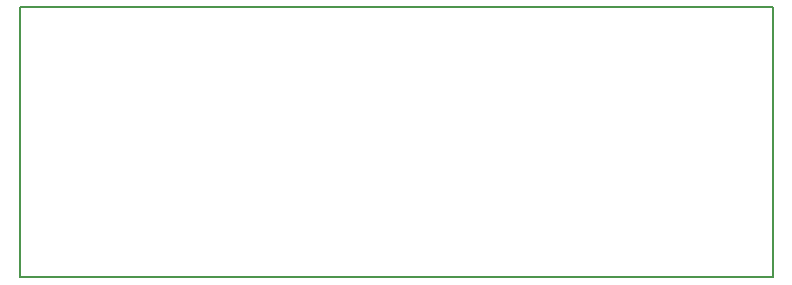
<source format=gbr>
G04 #@! TF.FileFunction,Profile,NP*
%FSLAX46Y46*%
G04 Gerber Fmt 4.6, Leading zero omitted, Abs format (unit mm)*
G04 Created by KiCad (PCBNEW 4.0.7-e2-6376~58~ubuntu16.04.1) date Mon Dec 18 14:35:32 2017*
%MOMM*%
%LPD*%
G01*
G04 APERTURE LIST*
%ADD10C,0.100000*%
%ADD11C,0.150000*%
G04 APERTURE END LIST*
D10*
D11*
X153670000Y-66040000D02*
X153670000Y-88900000D01*
X89916000Y-66040000D02*
X89916000Y-66040000D01*
X89916000Y-88900000D02*
X89916000Y-66040000D01*
X153670505Y-88900000D02*
X89916000Y-88900000D01*
X89916000Y-66040000D02*
X153670000Y-66040000D01*
M02*

</source>
